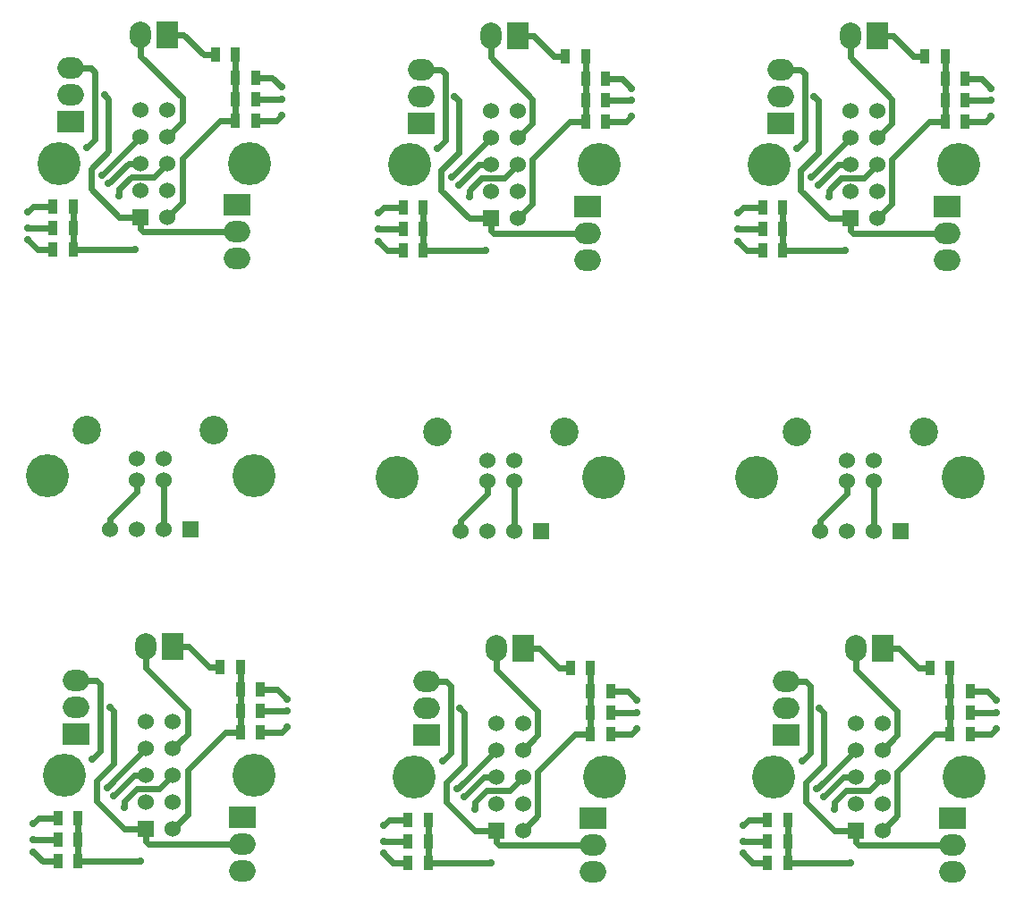
<source format=gbl>
G04 (created by PCBNEW (2013-may-18)-stable) date Пн 18 апр 2016 10:16:46*
%MOIN*%
G04 Gerber Fmt 3.4, Leading zero omitted, Abs format*
%FSLAX34Y34*%
G01*
G70*
G90*
G04 APERTURE LIST*
%ADD10C,0.00590551*%
%ADD11C,0.16*%
%ADD12R,0.06X0.06*%
%ADD13C,0.06*%
%ADD14R,0.0787402X0.0984252*%
%ADD15O,0.0787402X0.0984252*%
%ADD16R,0.0984252X0.0787402*%
%ADD17O,0.0984252X0.0787402*%
%ADD18R,0.035X0.055*%
%ADD19C,0.1063*%
%ADD20C,0.0275591*%
%ADD21C,0.023622*%
G04 APERTURE END LIST*
G54D10*
G54D11*
X57836Y-75310D03*
X64923Y-75310D03*
G54D12*
X60880Y-77310D03*
G54D13*
X61880Y-77310D03*
X60880Y-76310D03*
X61880Y-76310D03*
X60880Y-75310D03*
X61880Y-75310D03*
X60880Y-74310D03*
X61880Y-74310D03*
X60880Y-73310D03*
X61880Y-73310D03*
G54D14*
X61880Y-70510D03*
G54D15*
X60880Y-70510D03*
G54D16*
X58280Y-73760D03*
G54D17*
X58280Y-72760D03*
X58280Y-71760D03*
G54D16*
X64480Y-76860D03*
G54D17*
X64480Y-77860D03*
X64480Y-78860D03*
G54D18*
X63655Y-71260D03*
X64405Y-71260D03*
X58355Y-78510D03*
X57605Y-78510D03*
X58355Y-77710D03*
X57605Y-77710D03*
X58355Y-76910D03*
X57605Y-76910D03*
X64405Y-72110D03*
X65155Y-72110D03*
X64405Y-72910D03*
X65155Y-72910D03*
X64405Y-73710D03*
X65155Y-73710D03*
X64215Y-50900D03*
X64965Y-50900D03*
X64215Y-50100D03*
X64965Y-50100D03*
X64215Y-49300D03*
X64965Y-49300D03*
X58165Y-54100D03*
X57415Y-54100D03*
X58165Y-54900D03*
X57415Y-54900D03*
X58165Y-55700D03*
X57415Y-55700D03*
X63465Y-48450D03*
X64215Y-48450D03*
G54D16*
X64290Y-54050D03*
G54D17*
X64290Y-55050D03*
X64290Y-56050D03*
G54D16*
X58090Y-50950D03*
G54D17*
X58090Y-49950D03*
X58090Y-48950D03*
G54D14*
X61690Y-47700D03*
G54D15*
X60690Y-47700D03*
G54D12*
X60690Y-54500D03*
G54D13*
X61690Y-54500D03*
X60690Y-53500D03*
X61690Y-53500D03*
X60690Y-52500D03*
X61690Y-52500D03*
X60690Y-51500D03*
X61690Y-51500D03*
X60690Y-50500D03*
X61690Y-50500D03*
G54D11*
X64733Y-52500D03*
X57646Y-52500D03*
G54D13*
X60550Y-64300D03*
X61550Y-64300D03*
X61550Y-63513D03*
X60550Y-63513D03*
G54D19*
X58688Y-62450D03*
X63412Y-62450D03*
G54D12*
X62550Y-66150D03*
G54D13*
X61550Y-66150D03*
X60550Y-66150D03*
X59550Y-66150D03*
G54D11*
X57200Y-64150D03*
X64900Y-64150D03*
X77950Y-64200D03*
X70250Y-64200D03*
G54D12*
X75600Y-66200D03*
G54D13*
X74600Y-66200D03*
X73600Y-66200D03*
X72600Y-66200D03*
X73600Y-64350D03*
X74600Y-64350D03*
X74600Y-63563D03*
X73600Y-63563D03*
G54D19*
X71738Y-62500D03*
X76462Y-62500D03*
G54D11*
X70696Y-52550D03*
X77783Y-52550D03*
G54D12*
X73740Y-54550D03*
G54D13*
X74740Y-54550D03*
X73740Y-53550D03*
X74740Y-53550D03*
X73740Y-52550D03*
X74740Y-52550D03*
X73740Y-51550D03*
X74740Y-51550D03*
X73740Y-50550D03*
X74740Y-50550D03*
G54D14*
X74740Y-47750D03*
G54D15*
X73740Y-47750D03*
G54D16*
X71140Y-51000D03*
G54D17*
X71140Y-50000D03*
X71140Y-49000D03*
G54D16*
X77340Y-54100D03*
G54D17*
X77340Y-55100D03*
X77340Y-56100D03*
G54D18*
X76515Y-48500D03*
X77265Y-48500D03*
X71215Y-55750D03*
X70465Y-55750D03*
X71215Y-54950D03*
X70465Y-54950D03*
X71215Y-54150D03*
X70465Y-54150D03*
X77265Y-49350D03*
X78015Y-49350D03*
X77265Y-50150D03*
X78015Y-50150D03*
X77265Y-50950D03*
X78015Y-50950D03*
X77455Y-73760D03*
X78205Y-73760D03*
X77455Y-72960D03*
X78205Y-72960D03*
X77455Y-72160D03*
X78205Y-72160D03*
X71405Y-76960D03*
X70655Y-76960D03*
X71405Y-77760D03*
X70655Y-77760D03*
X71405Y-78560D03*
X70655Y-78560D03*
X76705Y-71310D03*
X77455Y-71310D03*
G54D16*
X77530Y-76910D03*
G54D17*
X77530Y-77910D03*
X77530Y-78910D03*
G54D16*
X71330Y-73810D03*
G54D17*
X71330Y-72810D03*
X71330Y-71810D03*
G54D14*
X74930Y-70560D03*
G54D15*
X73930Y-70560D03*
G54D12*
X73930Y-77360D03*
G54D13*
X74930Y-77360D03*
X73930Y-76360D03*
X74930Y-76360D03*
X73930Y-75360D03*
X74930Y-75360D03*
X73930Y-74360D03*
X74930Y-74360D03*
X73930Y-73360D03*
X74930Y-73360D03*
G54D11*
X77973Y-75360D03*
X70886Y-75360D03*
X84286Y-75360D03*
X91373Y-75360D03*
G54D12*
X87330Y-77360D03*
G54D13*
X88330Y-77360D03*
X87330Y-76360D03*
X88330Y-76360D03*
X87330Y-75360D03*
X88330Y-75360D03*
X87330Y-74360D03*
X88330Y-74360D03*
X87330Y-73360D03*
X88330Y-73360D03*
G54D14*
X88330Y-70560D03*
G54D15*
X87330Y-70560D03*
G54D16*
X84730Y-73810D03*
G54D17*
X84730Y-72810D03*
X84730Y-71810D03*
G54D16*
X90930Y-76910D03*
G54D17*
X90930Y-77910D03*
X90930Y-78910D03*
G54D18*
X90105Y-71310D03*
X90855Y-71310D03*
X84805Y-78560D03*
X84055Y-78560D03*
X84805Y-77760D03*
X84055Y-77760D03*
X84805Y-76960D03*
X84055Y-76960D03*
X90855Y-72160D03*
X91605Y-72160D03*
X90855Y-72960D03*
X91605Y-72960D03*
X90855Y-73760D03*
X91605Y-73760D03*
X90665Y-50950D03*
X91415Y-50950D03*
X90665Y-50150D03*
X91415Y-50150D03*
X90665Y-49350D03*
X91415Y-49350D03*
X84615Y-54150D03*
X83865Y-54150D03*
X84615Y-54950D03*
X83865Y-54950D03*
X84615Y-55750D03*
X83865Y-55750D03*
X89915Y-48500D03*
X90665Y-48500D03*
G54D16*
X90740Y-54100D03*
G54D17*
X90740Y-55100D03*
X90740Y-56100D03*
G54D16*
X84540Y-51000D03*
G54D17*
X84540Y-50000D03*
X84540Y-49000D03*
G54D14*
X88140Y-47750D03*
G54D15*
X87140Y-47750D03*
G54D12*
X87140Y-54550D03*
G54D13*
X88140Y-54550D03*
X87140Y-53550D03*
X88140Y-53550D03*
X87140Y-52550D03*
X88140Y-52550D03*
X87140Y-51550D03*
X88140Y-51550D03*
X87140Y-50550D03*
X88140Y-50550D03*
G54D11*
X91183Y-52550D03*
X84096Y-52550D03*
G54D13*
X87000Y-64350D03*
X88000Y-64350D03*
X88000Y-63563D03*
X87000Y-63563D03*
G54D19*
X85138Y-62500D03*
X89862Y-62500D03*
G54D12*
X89000Y-66200D03*
G54D13*
X88000Y-66200D03*
X87000Y-66200D03*
X86000Y-66200D03*
G54D11*
X83650Y-64200D03*
X91350Y-64200D03*
G54D20*
X58880Y-74710D03*
X58690Y-51900D03*
X71740Y-51950D03*
X71930Y-74760D03*
X85330Y-74760D03*
X85140Y-51950D03*
X60680Y-78510D03*
X60490Y-55700D03*
X73540Y-55750D03*
X73730Y-78560D03*
X87130Y-78560D03*
X86940Y-55750D03*
X59530Y-72760D03*
X59340Y-49950D03*
X72390Y-50000D03*
X72580Y-72810D03*
X85980Y-72810D03*
X85790Y-50000D03*
X59680Y-76060D03*
X59490Y-53250D03*
X72540Y-53300D03*
X72730Y-76110D03*
X86130Y-76110D03*
X85940Y-53300D03*
X60080Y-76510D03*
X59890Y-53700D03*
X72940Y-53750D03*
X73130Y-76560D03*
X86530Y-76560D03*
X86340Y-53750D03*
X59430Y-75760D03*
X59240Y-52950D03*
X72290Y-53000D03*
X72480Y-75810D03*
X85880Y-75810D03*
X85690Y-53000D03*
X66130Y-73510D03*
X65940Y-50700D03*
X78990Y-50750D03*
X79180Y-73560D03*
X92580Y-73560D03*
X92390Y-50750D03*
X66130Y-72460D03*
X65940Y-49650D03*
X78990Y-49700D03*
X79180Y-72510D03*
X92580Y-72510D03*
X92390Y-49700D03*
X66130Y-72910D03*
X65940Y-50100D03*
X78990Y-50150D03*
X79180Y-72960D03*
X92580Y-72960D03*
X92390Y-50150D03*
X56680Y-78160D03*
X56490Y-55350D03*
X69540Y-55400D03*
X69730Y-78210D03*
X83130Y-78210D03*
X82940Y-55400D03*
X56680Y-77710D03*
X56490Y-54900D03*
X69540Y-54950D03*
X69730Y-77760D03*
X83130Y-77760D03*
X82940Y-54950D03*
X56680Y-77110D03*
X56490Y-54300D03*
X69540Y-54350D03*
X69730Y-77160D03*
X83130Y-77160D03*
X82940Y-54350D03*
G54D21*
X58880Y-74710D02*
X59180Y-74410D01*
X59180Y-74410D02*
X59180Y-71910D01*
X59180Y-71910D02*
X59030Y-71760D01*
X59030Y-71760D02*
X58280Y-71760D01*
X58840Y-48950D02*
X58090Y-48950D01*
X58990Y-49100D02*
X58840Y-48950D01*
X58990Y-51600D02*
X58990Y-49100D01*
X58690Y-51900D02*
X58990Y-51600D01*
X71740Y-51950D02*
X72040Y-51650D01*
X72040Y-51650D02*
X72040Y-49150D01*
X72040Y-49150D02*
X71890Y-49000D01*
X71890Y-49000D02*
X71140Y-49000D01*
X72080Y-71810D02*
X71330Y-71810D01*
X72230Y-71960D02*
X72080Y-71810D01*
X72230Y-74460D02*
X72230Y-71960D01*
X71930Y-74760D02*
X72230Y-74460D01*
X85330Y-74760D02*
X85630Y-74460D01*
X85630Y-74460D02*
X85630Y-71960D01*
X85630Y-71960D02*
X85480Y-71810D01*
X85480Y-71810D02*
X84730Y-71810D01*
X85290Y-49000D02*
X84540Y-49000D01*
X85440Y-49150D02*
X85290Y-49000D01*
X85440Y-51650D02*
X85440Y-49150D01*
X85140Y-51950D02*
X85440Y-51650D01*
X58355Y-78510D02*
X58355Y-77710D01*
X58355Y-77710D02*
X58355Y-76910D01*
X64405Y-72110D02*
X64405Y-72910D01*
X64405Y-72910D02*
X64405Y-73710D01*
X64405Y-72110D02*
X64405Y-71260D01*
X62430Y-76760D02*
X62430Y-75110D01*
X62430Y-75110D02*
X63830Y-73710D01*
X63830Y-73710D02*
X64405Y-73710D01*
X61880Y-77310D02*
X62430Y-76760D01*
X60680Y-78510D02*
X58355Y-78510D01*
X60490Y-55700D02*
X58165Y-55700D01*
X61690Y-54500D02*
X62240Y-53950D01*
X63640Y-50900D02*
X64215Y-50900D01*
X62240Y-52300D02*
X63640Y-50900D01*
X62240Y-53950D02*
X62240Y-52300D01*
X64215Y-49300D02*
X64215Y-48450D01*
X64215Y-50100D02*
X64215Y-50900D01*
X64215Y-49300D02*
X64215Y-50100D01*
X58165Y-54900D02*
X58165Y-54100D01*
X58165Y-55700D02*
X58165Y-54900D01*
X71215Y-55750D02*
X71215Y-54950D01*
X71215Y-54950D02*
X71215Y-54150D01*
X77265Y-49350D02*
X77265Y-50150D01*
X77265Y-50150D02*
X77265Y-50950D01*
X77265Y-49350D02*
X77265Y-48500D01*
X75290Y-54000D02*
X75290Y-52350D01*
X75290Y-52350D02*
X76690Y-50950D01*
X76690Y-50950D02*
X77265Y-50950D01*
X74740Y-54550D02*
X75290Y-54000D01*
X73540Y-55750D02*
X71215Y-55750D01*
X73730Y-78560D02*
X71405Y-78560D01*
X74930Y-77360D02*
X75480Y-76810D01*
X76880Y-73760D02*
X77455Y-73760D01*
X75480Y-75160D02*
X76880Y-73760D01*
X75480Y-76810D02*
X75480Y-75160D01*
X77455Y-72160D02*
X77455Y-71310D01*
X77455Y-72960D02*
X77455Y-73760D01*
X77455Y-72160D02*
X77455Y-72960D01*
X71405Y-77760D02*
X71405Y-76960D01*
X71405Y-78560D02*
X71405Y-77760D01*
X84805Y-78560D02*
X84805Y-77760D01*
X84805Y-77760D02*
X84805Y-76960D01*
X90855Y-72160D02*
X90855Y-72960D01*
X90855Y-72960D02*
X90855Y-73760D01*
X90855Y-72160D02*
X90855Y-71310D01*
X88880Y-76810D02*
X88880Y-75160D01*
X88880Y-75160D02*
X90280Y-73760D01*
X90280Y-73760D02*
X90855Y-73760D01*
X88330Y-77360D02*
X88880Y-76810D01*
X87130Y-78560D02*
X84805Y-78560D01*
X86940Y-55750D02*
X84615Y-55750D01*
X88140Y-54550D02*
X88690Y-54000D01*
X90090Y-50950D02*
X90665Y-50950D01*
X88690Y-52350D02*
X90090Y-50950D01*
X88690Y-54000D02*
X88690Y-52350D01*
X90665Y-49350D02*
X90665Y-48500D01*
X90665Y-50150D02*
X90665Y-50950D01*
X90665Y-49350D02*
X90665Y-50150D01*
X84615Y-54950D02*
X84615Y-54150D01*
X84615Y-55750D02*
X84615Y-54950D01*
X60980Y-77860D02*
X60880Y-77760D01*
X60880Y-77760D02*
X60880Y-77310D01*
X64480Y-77860D02*
X60980Y-77860D01*
X59680Y-74860D02*
X59680Y-72910D01*
X59680Y-72910D02*
X59530Y-72760D01*
X60880Y-77310D02*
X60080Y-77310D01*
X59030Y-76260D02*
X60080Y-77310D01*
X59030Y-75510D02*
X59030Y-76260D01*
X59030Y-75510D02*
X59680Y-74860D01*
X58840Y-52700D02*
X59490Y-52050D01*
X58840Y-52700D02*
X58840Y-53450D01*
X58840Y-53450D02*
X59890Y-54500D01*
X60690Y-54500D02*
X59890Y-54500D01*
X59490Y-50100D02*
X59340Y-49950D01*
X59490Y-52050D02*
X59490Y-50100D01*
X64290Y-55050D02*
X60790Y-55050D01*
X60690Y-54950D02*
X60690Y-54500D01*
X60790Y-55050D02*
X60690Y-54950D01*
X73840Y-55100D02*
X73740Y-55000D01*
X73740Y-55000D02*
X73740Y-54550D01*
X77340Y-55100D02*
X73840Y-55100D01*
X72540Y-52100D02*
X72540Y-50150D01*
X72540Y-50150D02*
X72390Y-50000D01*
X73740Y-54550D02*
X72940Y-54550D01*
X71890Y-53500D02*
X72940Y-54550D01*
X71890Y-52750D02*
X71890Y-53500D01*
X71890Y-52750D02*
X72540Y-52100D01*
X72080Y-75560D02*
X72730Y-74910D01*
X72080Y-75560D02*
X72080Y-76310D01*
X72080Y-76310D02*
X73130Y-77360D01*
X73930Y-77360D02*
X73130Y-77360D01*
X72730Y-72960D02*
X72580Y-72810D01*
X72730Y-74910D02*
X72730Y-72960D01*
X77530Y-77910D02*
X74030Y-77910D01*
X73930Y-77810D02*
X73930Y-77360D01*
X74030Y-77910D02*
X73930Y-77810D01*
X87430Y-77910D02*
X87330Y-77810D01*
X87330Y-77810D02*
X87330Y-77360D01*
X90930Y-77910D02*
X87430Y-77910D01*
X86130Y-74910D02*
X86130Y-72960D01*
X86130Y-72960D02*
X85980Y-72810D01*
X87330Y-77360D02*
X86530Y-77360D01*
X85480Y-76310D02*
X86530Y-77360D01*
X85480Y-75560D02*
X85480Y-76310D01*
X85480Y-75560D02*
X86130Y-74910D01*
X85290Y-52750D02*
X85940Y-52100D01*
X85290Y-52750D02*
X85290Y-53500D01*
X85290Y-53500D02*
X86340Y-54550D01*
X87140Y-54550D02*
X86340Y-54550D01*
X85940Y-50150D02*
X85790Y-50000D01*
X85940Y-52100D02*
X85940Y-50150D01*
X90740Y-55100D02*
X87240Y-55100D01*
X87140Y-55000D02*
X87140Y-54550D01*
X87240Y-55100D02*
X87140Y-55000D01*
X59680Y-76060D02*
X60430Y-75310D01*
X60430Y-75310D02*
X60880Y-75310D01*
X60240Y-52500D02*
X60690Y-52500D01*
X59490Y-53250D02*
X60240Y-52500D01*
X72540Y-53300D02*
X73290Y-52550D01*
X73290Y-52550D02*
X73740Y-52550D01*
X73480Y-75360D02*
X73930Y-75360D01*
X72730Y-76110D02*
X73480Y-75360D01*
X86130Y-76110D02*
X86880Y-75360D01*
X86880Y-75360D02*
X87330Y-75360D01*
X86690Y-52550D02*
X87140Y-52550D01*
X85940Y-53300D02*
X86690Y-52550D01*
X60080Y-76510D02*
X60080Y-76260D01*
X60080Y-76260D02*
X60530Y-75810D01*
X60530Y-75810D02*
X61380Y-75810D01*
X61380Y-75810D02*
X61880Y-75310D01*
X61190Y-53000D02*
X61690Y-52500D01*
X60340Y-53000D02*
X61190Y-53000D01*
X59890Y-53450D02*
X60340Y-53000D01*
X59890Y-53700D02*
X59890Y-53450D01*
X72940Y-53750D02*
X72940Y-53500D01*
X72940Y-53500D02*
X73390Y-53050D01*
X73390Y-53050D02*
X74240Y-53050D01*
X74240Y-53050D02*
X74740Y-52550D01*
X74430Y-75860D02*
X74930Y-75360D01*
X73580Y-75860D02*
X74430Y-75860D01*
X73130Y-76310D02*
X73580Y-75860D01*
X73130Y-76560D02*
X73130Y-76310D01*
X86530Y-76560D02*
X86530Y-76310D01*
X86530Y-76310D02*
X86980Y-75860D01*
X86980Y-75860D02*
X87830Y-75860D01*
X87830Y-75860D02*
X88330Y-75360D01*
X87640Y-53050D02*
X88140Y-52550D01*
X86790Y-53050D02*
X87640Y-53050D01*
X86340Y-53500D02*
X86790Y-53050D01*
X86340Y-53750D02*
X86340Y-53500D01*
X59680Y-75510D02*
X59430Y-75760D01*
X60880Y-74310D02*
X59680Y-75510D01*
X60690Y-51500D02*
X59490Y-52700D01*
X59490Y-52700D02*
X59240Y-52950D01*
X72540Y-52750D02*
X72290Y-53000D01*
X73740Y-51550D02*
X72540Y-52750D01*
X73930Y-74360D02*
X72730Y-75560D01*
X72730Y-75560D02*
X72480Y-75810D01*
X86130Y-75560D02*
X85880Y-75810D01*
X87330Y-74360D02*
X86130Y-75560D01*
X87140Y-51550D02*
X85940Y-52750D01*
X85940Y-52750D02*
X85690Y-53000D01*
X66130Y-73510D02*
X65930Y-73710D01*
X65930Y-73710D02*
X65155Y-73710D01*
X65740Y-50900D02*
X64965Y-50900D01*
X65940Y-50700D02*
X65740Y-50900D01*
X78990Y-50750D02*
X78790Y-50950D01*
X78790Y-50950D02*
X78015Y-50950D01*
X78980Y-73760D02*
X78205Y-73760D01*
X79180Y-73560D02*
X78980Y-73760D01*
X92580Y-73560D02*
X92380Y-73760D01*
X92380Y-73760D02*
X91605Y-73760D01*
X92190Y-50950D02*
X91415Y-50950D01*
X92390Y-50750D02*
X92190Y-50950D01*
X66130Y-72460D02*
X65780Y-72110D01*
X65780Y-72110D02*
X65155Y-72110D01*
X65590Y-49300D02*
X64965Y-49300D01*
X65940Y-49650D02*
X65590Y-49300D01*
X78990Y-49700D02*
X78640Y-49350D01*
X78640Y-49350D02*
X78015Y-49350D01*
X78830Y-72160D02*
X78205Y-72160D01*
X79180Y-72510D02*
X78830Y-72160D01*
X92580Y-72510D02*
X92230Y-72160D01*
X92230Y-72160D02*
X91605Y-72160D01*
X92040Y-49350D02*
X91415Y-49350D01*
X92390Y-49700D02*
X92040Y-49350D01*
X66130Y-72910D02*
X65155Y-72910D01*
X65940Y-50100D02*
X64965Y-50100D01*
X78990Y-50150D02*
X78015Y-50150D01*
X79180Y-72960D02*
X78205Y-72960D01*
X92580Y-72960D02*
X91605Y-72960D01*
X92390Y-50150D02*
X91415Y-50150D01*
X60550Y-64300D02*
X60550Y-64750D01*
X59550Y-65750D02*
X59550Y-66150D01*
X60550Y-64750D02*
X59550Y-65750D01*
X73600Y-64800D02*
X72600Y-65800D01*
X72600Y-65800D02*
X72600Y-66200D01*
X73600Y-64350D02*
X73600Y-64800D01*
X87000Y-64350D02*
X87000Y-64800D01*
X86000Y-65800D02*
X86000Y-66200D01*
X87000Y-64800D02*
X86000Y-65800D01*
X56680Y-78160D02*
X57030Y-78510D01*
X57030Y-78510D02*
X57605Y-78510D01*
X56840Y-55700D02*
X57415Y-55700D01*
X56490Y-55350D02*
X56840Y-55700D01*
X61550Y-64300D02*
X61550Y-66150D01*
X74600Y-64350D02*
X74600Y-66200D01*
X69540Y-55400D02*
X69890Y-55750D01*
X69890Y-55750D02*
X70465Y-55750D01*
X70080Y-78560D02*
X70655Y-78560D01*
X69730Y-78210D02*
X70080Y-78560D01*
X83130Y-78210D02*
X83480Y-78560D01*
X83480Y-78560D02*
X84055Y-78560D01*
X83290Y-55750D02*
X83865Y-55750D01*
X82940Y-55400D02*
X83290Y-55750D01*
X88000Y-64350D02*
X88000Y-66200D01*
X56680Y-77710D02*
X57605Y-77710D01*
X56490Y-54900D02*
X57415Y-54900D01*
X69540Y-54950D02*
X70465Y-54950D01*
X69730Y-77760D02*
X70655Y-77760D01*
X83130Y-77760D02*
X84055Y-77760D01*
X82940Y-54950D02*
X83865Y-54950D01*
X56680Y-77110D02*
X56880Y-76910D01*
X56880Y-76910D02*
X57605Y-76910D01*
X56690Y-54100D02*
X57415Y-54100D01*
X56490Y-54300D02*
X56690Y-54100D01*
X69540Y-54350D02*
X69740Y-54150D01*
X69740Y-54150D02*
X70465Y-54150D01*
X69930Y-76960D02*
X70655Y-76960D01*
X69730Y-77160D02*
X69930Y-76960D01*
X83130Y-77160D02*
X83330Y-76960D01*
X83330Y-76960D02*
X84055Y-76960D01*
X83140Y-54150D02*
X83865Y-54150D01*
X82940Y-54350D02*
X83140Y-54150D01*
X62330Y-73860D02*
X62430Y-73760D01*
X62430Y-73760D02*
X62430Y-72860D01*
X62430Y-72860D02*
X60880Y-71310D01*
X60880Y-71310D02*
X60880Y-70510D01*
X61880Y-74310D02*
X62330Y-73860D01*
X61690Y-51500D02*
X62140Y-51050D01*
X60690Y-48500D02*
X60690Y-47700D01*
X62240Y-50050D02*
X60690Y-48500D01*
X62240Y-50950D02*
X62240Y-50050D01*
X62140Y-51050D02*
X62240Y-50950D01*
X75190Y-51100D02*
X75290Y-51000D01*
X75290Y-51000D02*
X75290Y-50100D01*
X75290Y-50100D02*
X73740Y-48550D01*
X73740Y-48550D02*
X73740Y-47750D01*
X74740Y-51550D02*
X75190Y-51100D01*
X74930Y-74360D02*
X75380Y-73910D01*
X73930Y-71360D02*
X73930Y-70560D01*
X75480Y-72910D02*
X73930Y-71360D01*
X75480Y-73810D02*
X75480Y-72910D01*
X75380Y-73910D02*
X75480Y-73810D01*
X88780Y-73910D02*
X88880Y-73810D01*
X88880Y-73810D02*
X88880Y-72910D01*
X88880Y-72910D02*
X87330Y-71360D01*
X87330Y-71360D02*
X87330Y-70560D01*
X88330Y-74360D02*
X88780Y-73910D01*
X88140Y-51550D02*
X88590Y-51100D01*
X87140Y-48550D02*
X87140Y-47750D01*
X88690Y-50100D02*
X87140Y-48550D01*
X88690Y-51000D02*
X88690Y-50100D01*
X88590Y-51100D02*
X88690Y-51000D01*
X62480Y-70510D02*
X63230Y-71260D01*
X63230Y-71260D02*
X63655Y-71260D01*
X61880Y-70510D02*
X62480Y-70510D01*
X61690Y-47700D02*
X62290Y-47700D01*
X63040Y-48450D02*
X63465Y-48450D01*
X62290Y-47700D02*
X63040Y-48450D01*
X75340Y-47750D02*
X76090Y-48500D01*
X76090Y-48500D02*
X76515Y-48500D01*
X74740Y-47750D02*
X75340Y-47750D01*
X74930Y-70560D02*
X75530Y-70560D01*
X76280Y-71310D02*
X76705Y-71310D01*
X75530Y-70560D02*
X76280Y-71310D01*
X88930Y-70560D02*
X89680Y-71310D01*
X89680Y-71310D02*
X90105Y-71310D01*
X88330Y-70560D02*
X88930Y-70560D01*
X88140Y-47750D02*
X88740Y-47750D01*
X89490Y-48500D02*
X89915Y-48500D01*
X88740Y-47750D02*
X89490Y-48500D01*
M02*

</source>
